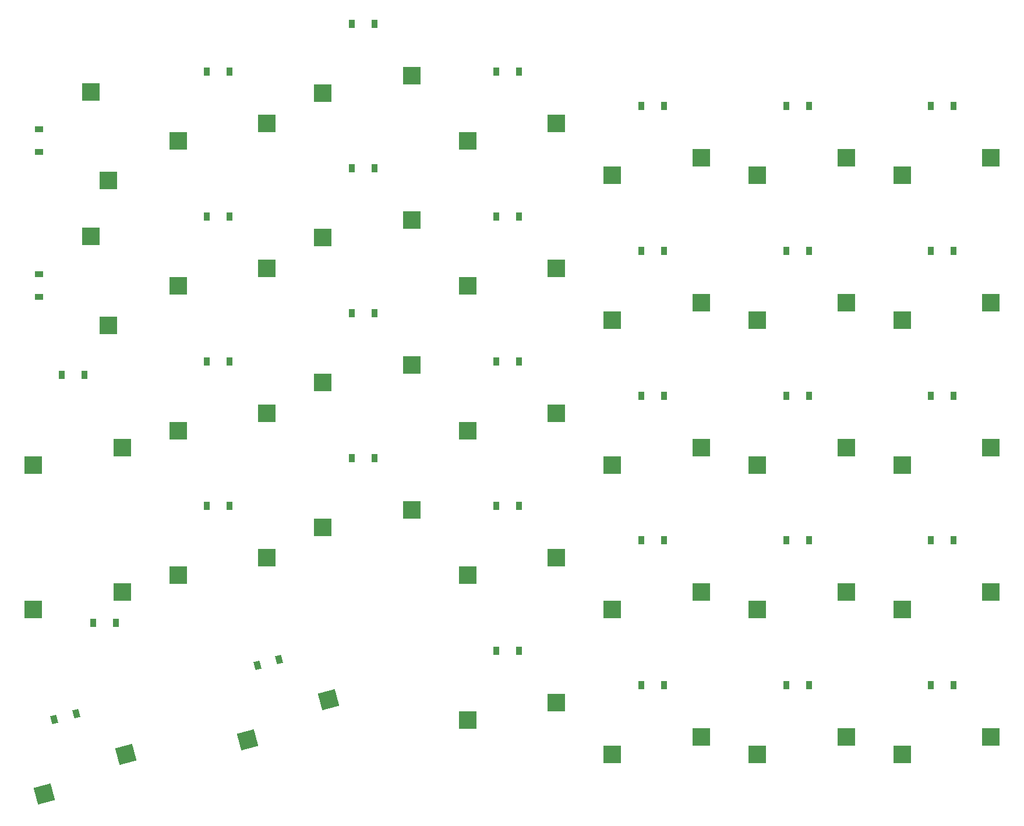
<source format=gbr>
%TF.GenerationSoftware,KiCad,Pcbnew,9.0.3-1.fc42*%
%TF.CreationDate,2025-08-09T15:11:44+02:00*%
%TF.ProjectId,right_traced,72696768-745f-4747-9261-6365642e6b69,v1.0.0*%
%TF.SameCoordinates,Original*%
%TF.FileFunction,Paste,Bot*%
%TF.FilePolarity,Positive*%
%FSLAX46Y46*%
G04 Gerber Fmt 4.6, Leading zero omitted, Abs format (unit mm)*
G04 Created by KiCad (PCBNEW 9.0.3-1.fc42) date 2025-08-09 15:11:44*
%MOMM*%
%LPD*%
G01*
G04 APERTURE LIST*
G04 Aperture macros list*
%AMRotRect*
0 Rectangle, with rotation*
0 The origin of the aperture is its center*
0 $1 length*
0 $2 width*
0 $3 Rotation angle, in degrees counterclockwise*
0 Add horizontal line*
21,1,$1,$2,0,0,$3*%
G04 Aperture macros list end*
%ADD10R,2.550000X2.500000*%
%ADD11R,0.900000X1.200000*%
%ADD12RotRect,0.900000X1.200000X15.000000*%
%ADD13RotRect,2.550000X2.500000X195.000000*%
%ADD14R,1.200000X0.900000*%
%ADD15R,2.500000X2.550000*%
G04 APERTURE END LIST*
D10*
%TO.C,S18*%
X341285000Y-160440000D03*
X328358000Y-162980000D03*
%TD*%
D11*
%TO.C,D26*%
X374650000Y-152900000D03*
X377950000Y-152900000D03*
%TD*%
D10*
%TO.C,S27*%
X383385000Y-181490000D03*
X370458000Y-184030000D03*
%TD*%
D11*
%TO.C,D27*%
X374650000Y-131850000D03*
X377950000Y-131850000D03*
%TD*%
D12*
%TO.C,D29*%
X247207127Y-200027421D03*
X250394683Y-199173321D03*
%TD*%
D11*
%TO.C,D23*%
X353600000Y-110800000D03*
X356900000Y-110800000D03*
%TD*%
%TO.C,D4*%
X269400000Y-105800000D03*
X272700000Y-105800000D03*
%TD*%
D13*
%TO.C,S31*%
X257595985Y-205049719D03*
X245766862Y-210848924D03*
%TD*%
D11*
%TO.C,D1*%
X269400000Y-168950000D03*
X272700000Y-168950000D03*
%TD*%
%TO.C,D19*%
X353600000Y-195000000D03*
X356900000Y-195000000D03*
%TD*%
D10*
%TO.C,S24*%
X362335000Y-139390000D03*
X349408000Y-141930000D03*
%TD*%
%TO.C,S2*%
X257085000Y-160440000D03*
X244158000Y-162980000D03*
%TD*%
%TO.C,S1*%
X257085000Y-181490000D03*
X244158000Y-184030000D03*
%TD*%
%TO.C,S17*%
X341285000Y-181490000D03*
X328358000Y-184030000D03*
%TD*%
%TO.C,S25*%
X362335000Y-118340000D03*
X349408000Y-120880000D03*
%TD*%
D13*
%TO.C,S32*%
X287129167Y-197136327D03*
X275300044Y-202935532D03*
%TD*%
D10*
%TO.C,S12*%
X320235000Y-176490000D03*
X307308000Y-179030000D03*
%TD*%
%TO.C,S9*%
X299185000Y-127390000D03*
X286258000Y-129930000D03*
%TD*%
D11*
%TO.C,D11*%
X311500000Y-147900000D03*
X314800000Y-147900000D03*
%TD*%
D14*
%TO.C,D32*%
X245000000Y-117450000D03*
X245000000Y-114150000D03*
%TD*%
D10*
%TO.C,S8*%
X299185000Y-148440000D03*
X286258000Y-150980000D03*
%TD*%
D11*
%TO.C,D5*%
X290450000Y-161950000D03*
X293750000Y-161950000D03*
%TD*%
%TO.C,D8*%
X290450000Y-98800000D03*
X293750000Y-98800000D03*
%TD*%
%TO.C,D28*%
X374650000Y-110800000D03*
X377950000Y-110800000D03*
%TD*%
%TO.C,D13*%
X311500000Y-105800000D03*
X314800000Y-105800000D03*
%TD*%
D10*
%TO.C,S28*%
X383385000Y-160440000D03*
X370458000Y-162980000D03*
%TD*%
D11*
%TO.C,D3*%
X269400000Y-126850000D03*
X272700000Y-126850000D03*
%TD*%
D10*
%TO.C,S19*%
X341285000Y-139390000D03*
X328358000Y-141930000D03*
%TD*%
%TO.C,S6*%
X278135000Y-113340000D03*
X265208000Y-115880000D03*
%TD*%
D11*
%TO.C,D18*%
X332550000Y-110800000D03*
X335850000Y-110800000D03*
%TD*%
%TO.C,D7*%
X290450000Y-119850000D03*
X293750000Y-119850000D03*
%TD*%
D10*
%TO.C,S20*%
X341285000Y-118340000D03*
X328358000Y-120880000D03*
%TD*%
D11*
%TO.C,D21*%
X353600000Y-152900000D03*
X356900000Y-152900000D03*
%TD*%
D10*
%TO.C,S14*%
X320235000Y-134390000D03*
X307308000Y-136930000D03*
%TD*%
D11*
%TO.C,D9*%
X311500000Y-190000000D03*
X314800000Y-190000000D03*
%TD*%
D15*
%TO.C,S34*%
X252540000Y-108715000D03*
X255080000Y-121642000D03*
%TD*%
D11*
%TO.C,D16*%
X332550000Y-152900000D03*
X335850000Y-152900000D03*
%TD*%
%TO.C,D25*%
X374650000Y-173950000D03*
X377950000Y-173950000D03*
%TD*%
D14*
%TO.C,D31*%
X245000000Y-138500000D03*
X245000000Y-135200000D03*
%TD*%
D10*
%TO.C,S16*%
X341285000Y-202540000D03*
X328358000Y-205080000D03*
%TD*%
D11*
%TO.C,D15*%
X332550000Y-173950000D03*
X335850000Y-173950000D03*
%TD*%
D10*
%TO.C,S21*%
X362335000Y-202540000D03*
X349408000Y-205080000D03*
%TD*%
%TO.C,S5*%
X278135000Y-134390000D03*
X265208000Y-136930000D03*
%TD*%
D11*
%TO.C,D10*%
X311500000Y-168950000D03*
X314800000Y-168950000D03*
%TD*%
%TO.C,D12*%
X311500000Y-126850000D03*
X314800000Y-126850000D03*
%TD*%
D10*
%TO.C,S26*%
X383385000Y-202540000D03*
X370458000Y-205080000D03*
%TD*%
%TO.C,S7*%
X299185000Y-169490000D03*
X286258000Y-172030000D03*
%TD*%
%TO.C,S23*%
X362335000Y-160440000D03*
X349408000Y-162980000D03*
%TD*%
D11*
%TO.C,D33*%
X248350000Y-149900000D03*
X251650000Y-149900000D03*
%TD*%
D10*
%TO.C,S30*%
X383385000Y-118340000D03*
X370458000Y-120880000D03*
%TD*%
%TO.C,S29*%
X383385000Y-139390000D03*
X370458000Y-141930000D03*
%TD*%
D11*
%TO.C,D34*%
X252850000Y-185950000D03*
X256150000Y-185950000D03*
%TD*%
D10*
%TO.C,S10*%
X299185000Y-106340000D03*
X286258000Y-108880000D03*
%TD*%
%TO.C,S4*%
X278135000Y-155440000D03*
X265208000Y-157980000D03*
%TD*%
D11*
%TO.C,D6*%
X290450000Y-140900000D03*
X293750000Y-140900000D03*
%TD*%
D10*
%TO.C,S11*%
X320235000Y-197540000D03*
X307308000Y-200080000D03*
%TD*%
%TO.C,S22*%
X362335000Y-181490000D03*
X349408000Y-184030000D03*
%TD*%
D12*
%TO.C,D30*%
X276740309Y-192114029D03*
X279927865Y-191259929D03*
%TD*%
D10*
%TO.C,S13*%
X320235000Y-155440000D03*
X307308000Y-157980000D03*
%TD*%
D11*
%TO.C,D14*%
X332550000Y-195000000D03*
X335850000Y-195000000D03*
%TD*%
%TO.C,D2*%
X269400000Y-147900000D03*
X272700000Y-147900000D03*
%TD*%
%TO.C,D22*%
X353600000Y-131850000D03*
X356900000Y-131850000D03*
%TD*%
%TO.C,D20*%
X353600000Y-173950000D03*
X356900000Y-173950000D03*
%TD*%
D10*
%TO.C,S15*%
X320235000Y-113340000D03*
X307308000Y-115880000D03*
%TD*%
D11*
%TO.C,D24*%
X374650000Y-195000000D03*
X377950000Y-195000000D03*
%TD*%
D15*
%TO.C,S33*%
X252540000Y-129765000D03*
X255080000Y-142692000D03*
%TD*%
D11*
%TO.C,D17*%
X332550000Y-131850000D03*
X335850000Y-131850000D03*
%TD*%
D10*
%TO.C,S3*%
X278135000Y-176490000D03*
X265208000Y-179030000D03*
%TD*%
M02*

</source>
